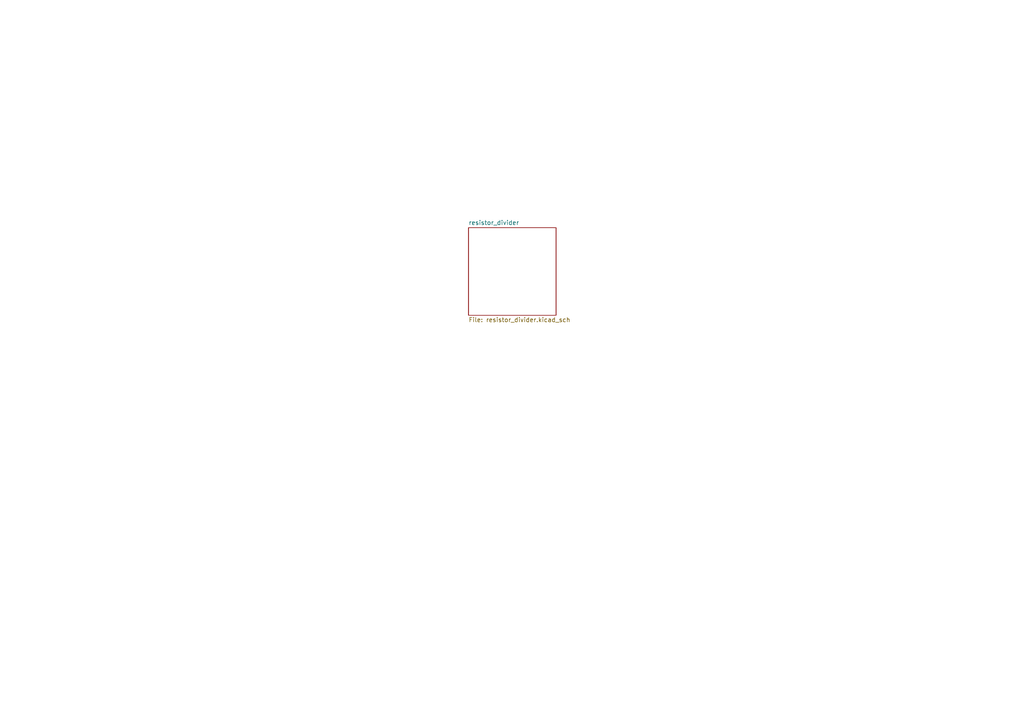
<source format=kicad_sch>
(kicad_sch
	(version 20250114)
	(generator "eeschema")
	(generator_version "9.0")
	(uuid "5b37051a-fda5-41ce-8ba2-2d45ec98b413")
	(paper "A4")
	(lib_symbols)
	(sheet
		(at 135.89 66.04)
		(size 25.4 25.4)
		(exclude_from_sim no)
		(in_bom yes)
		(on_board yes)
		(dnp no)
		(fields_autoplaced yes)
		(stroke
			(width 0.1524)
			(type solid)
		)
		(fill
			(color 0 0 0 0.0000)
		)
		(uuid "52d8602f-1738-4e0c-9e15-97f02bbe16de")
		(property "Sheetname" "resistor_divider"
			(at 135.89 65.3284 0)
			(effects
				(font
					(size 1.27 1.27)
				)
				(justify left bottom)
			)
		)
		(property "Sheetfile" "resistor_divider.kicad_sch"
			(at 135.89 92.0246 0)
			(effects
				(font
					(size 1.27 1.27)
				)
				(justify left top)
			)
		)
		(instances
			(project "complex_hierarchical"
				(path "/5b37051a-fda5-41ce-8ba2-2d45ec98b413"
					(page "2")
				)
			)
		)
	)
	(sheet_instances
		(path "/"
			(page "1")
		)
	)
	(embedded_fonts no)
)

</source>
